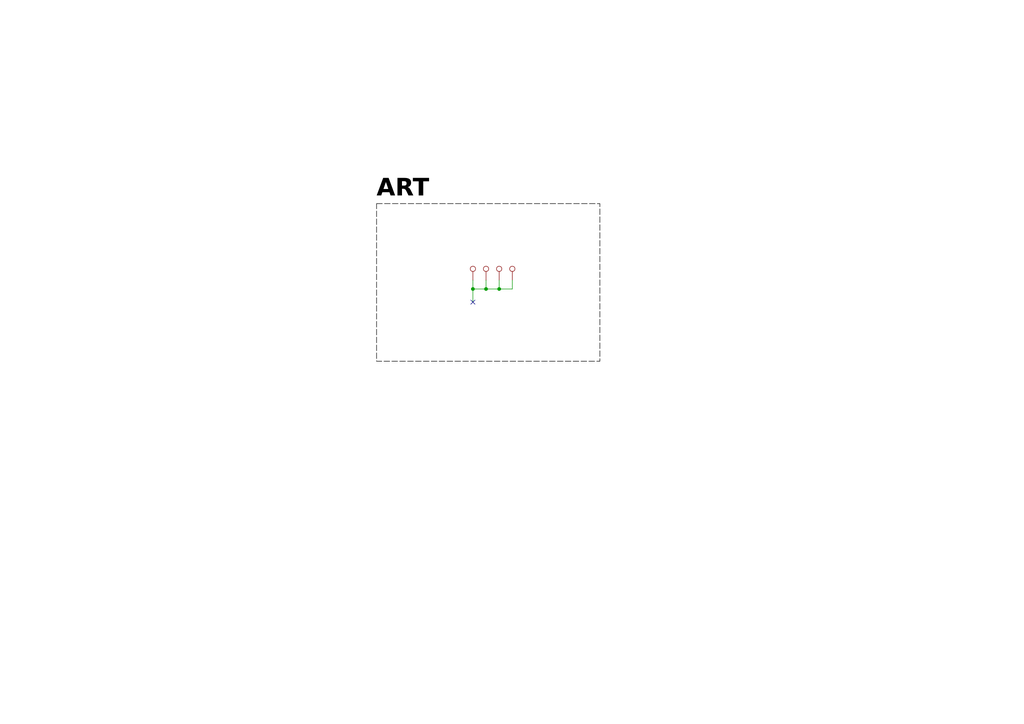
<source format=kicad_sch>
(kicad_sch (version 20231120) (generator "eeschema") (generator_version "8.0")
  (paper "A4")
  (lib_symbols
    (symbol "Connector:TestPoint" (pin_numbers hide) (pin_names (offset 0.762) hide)
      (property "Reference" "TP" (at 0 6.858 0))
      (property "Value" "TestPoint" (at 0 5.08 0))
      (symbol "TestPoint_0_1"
        (circle (center 0 3.302) (radius 0.762))
      )
      (symbol "TestPoint_1_1"
        (pin passive line (at 0 0 90) (length 2.54) (name "1") (number "1"))
      )
    )
  )
  (junction (at 140.97 83.82))
  (junction (at 137.16 83.82))
  (junction (at 144.78 83.82))
  (no_connect (at 137.16 87.63))
  (wire (pts (xy 148.59 81.28) (xy 148.59 83.82)))
  (wire (pts (xy 140.97 83.82) (xy 140.97 81.28)))
  (wire (pts (xy 137.16 83.82) (xy 137.16 87.63)))
  (wire (pts (xy 137.16 83.82) (xy 140.97 83.82)))
  (wire (pts (xy 140.97 83.82) (xy 144.78 83.82)))
  (wire (pts (xy 137.16 81.28) (xy 137.16 83.82)))
  (wire (pts (xy 148.59 83.82) (xy 144.78 83.82)))
  (wire (pts (xy 144.78 81.28) (xy 144.78 83.82)))
  (rectangle (start 109.22 59.055) (end 173.99 104.775) (stroke (width 0) (type dash) (color 0 0 0 1)))
  (text "ART" (at 109.22 59.055 0) (effects (font (size 5 5) (bold yes)) (justify left bottom)))
  (symbol (lib_id "Connector:TestPoint") (at 137.16 81.28 0) (unit 1)
    (property "Reference" "TP1" (effects (hide yes)))
    (property "Value" "TestPoint" (effects (hide yes)))
    (property "Footprint" "sumec_graphic:SPS_LOGO_IMG" (effects (hide yes)))
    (property "Description" "test point" (effects (hide yes)))
  )
  (symbol (lib_id "Connector:TestPoint") (at 144.78 81.28 0) (unit 1)
    (property "Reference" "TP3" (effects (hide yes)))
    (property "Value" "TestPoint" (effects (hide yes)))
    (property "Footprint" "sumec_graphic:BRAND_BERSERK" (effects (hide yes)))
    (property "Description" "test point" (effects (hide yes)))
  )
  (symbol (lib_id "Connector:TestPoint") (at 140.97 81.28 0) (unit 1)
    (property "Reference" "TP2" (effects (hide yes)))
    (property "Value" "TestPoint" (effects (hide yes)))
    (property "Footprint" "sumec_graphic:SCHRACK_LOGO_IMG" (effects (hide yes)))
    (property "Description" "test point" (effects (hide yes)))
  )
  (symbol (lib_id "Connector:TestPoint") (at 148.59 81.28 0) (unit 1)
    (property "Reference" "TP4" (effects (hide yes)))
    (property "Value" "TestPoint" (effects (hide yes)))
    (property "Footprint" "sumec_graphic:BOCCHI_IMG" (effects (hide yes)))
    (property "Description" "test point" (effects (hide yes)))
  )
)
</source>
